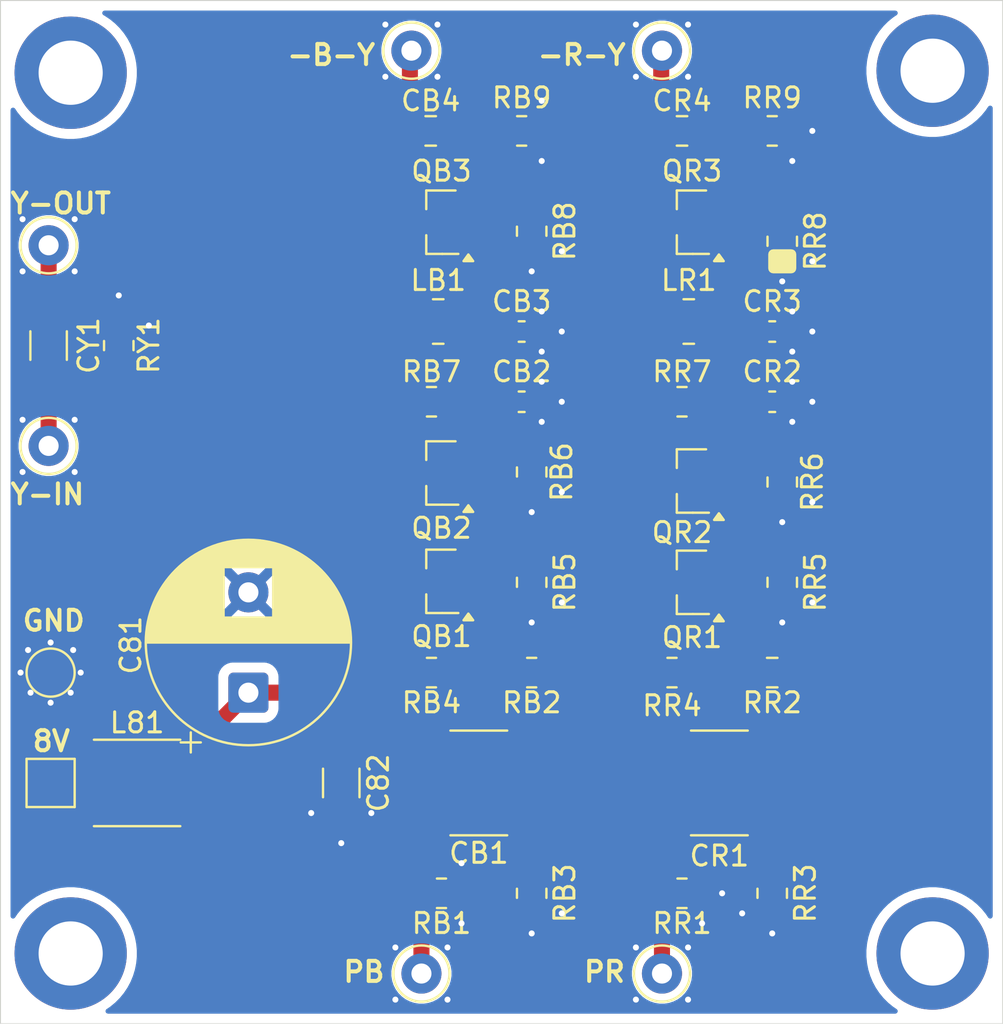
<source format=kicad_pcb>
(kicad_pcb (version 20241229) (generator "pcbnew") (generator_version "9.0")
  (layers (0 "F.Cu" signal) (2 "B.Cu" signal) (13 "F.Paste" user) (15 "B.Paste" user) (5 "F.SilkS" user "F.Silkscreen") (7 "B.SilkS" user "B.Silkscreen") (1 "F.Mask" user) (3 "B.Mask" user) (25 "Edge.Cuts" user))
  (net 0 "")
  (net 1 "/PB")
  (net 2 "/PR")
  (net 3 "/Y")
  (net 4 "Net-(8V1-Pad1)")
  (net 5 "Net-(QB2-C)")
  (net 6 "Net-(QB1-B)")
  (net 7 "Net-(CB2-Pad2)")
  (net 8 "Net-(QB3-B)")
  (net 9 "Net-(QB3-E)")
  (net 10 "Net-(QR1-B)")
  (net 11 "Net-(CR2-Pad2)")
  (net 12 "Net-(QR3-B)")
  (net 13 "Net-(QR3-E)")
  (net 14 "Net-(QB1-E)")
  (net 15 "Net-(QB1-C)")
  (net 16 "Net-(QB2-E)")
  (net 17 "Net-(QR1-C)")
  (net 18 "Net-(QR1-E)")
  (net 19 "Net-(QR2-E)")
  (net 20 "Net-(B-Y1-Pad1)")
  (net 21 "GNDPWR")
  (net 22 "Net-(CR4-Pad2)")
  (net 23 "Net-(CY1-Pad2)")
  (footprint "Resistor_SMD:R_0805_2012Metric_Pad1.20x1.40mm_HandSolder" (layer "F.Cu") (at 188.5 110.5 -90)
    (property "Reference" "RR6" (at 0 -1.5 90) (layer "F.SilkS"))
    (property "Value" "2.2K Ohm" (hide yes))
    (pad "1" smd roundrect (at -1 0 270) (size 1.2 1.4) (layers "F.Cu" "F.Mask" "F.Paste") (roundrect_rratio 0.208333) (net 19 "Net-(QR2-E)"))
    (pad "2" smd roundrect (at 1 0 270) (size 1.2 1.4) (layers "F.Cu" "F.Mask" "F.Paste") (roundrect_rratio 0.208333) (net 21 "GNDPWR"))
  )
  (footprint "Capacitor_SMD:C_1206_3216Metric_Pad1.33x1.80mm_HandSolder" (layer "F.Cu") (at 166.5 125.5 -90)
    (property "Reference" "C82" (at 0 -1.85 90) (layer "F.SilkS"))
    (property "Value" "0.1uF 16V" (hide yes))
    (pad "1" smd roundrect (at -1.5625 0 270) (size 1.325 1.8) (layers "F.Cu" "F.Mask" "F.Paste") (roundrect_rratio 0.188679) (net 5 "Net-(QB2-C)"))
    (pad "2" smd roundrect (at 1.5625 0 270) (size 1.325 1.8) (layers "F.Cu" "F.Mask" "F.Paste") (roundrect_rratio 0.188679) (net 21 "GNDPWR"))
  )
  (footprint "Resistor_SMD:R_0805_2012Metric_Pad1.20x1.40mm_HandSolder" (layer "F.Cu") (at 188 131 -90)
    (property "Reference" "RR3" (at 0 -1.65 90) (layer "F.SilkS"))
    (property "Value" "18K Ohm" (hide yes))
    (pad "1" smd roundrect (at -1 0 270) (size 1.2 1.4) (layers "F.Cu" "F.Mask" "F.Paste") (roundrect_rratio 0.208333) (net 10 "Net-(QR1-B)"))
    (pad "2" smd roundrect (at 1 0 270) (size 1.2 1.4) (layers "F.Cu" "F.Mask" "F.Paste") (roundrect_rratio 0.208333) (net 21 "GNDPWR"))
  )
  (footprint "Capacitor_SMD:C_0805_2012Metric_Pad1.18x1.45mm_HandSolder" (layer "F.Cu") (at 188 120)
    (property "Reference" "RR2" (at 0 1.5 0) (layer "F.SilkS"))
    (property "Value" "82K Ohm" (hide yes))
    (pad "1" smd roundrect (at -1.0375 0) (size 1.175 1.45) (layers "F.Cu" "F.Mask" "F.Paste") (roundrect_rratio 0.212766) (net 5 "Net-(QB2-C)"))
    (pad "2" smd roundrect (at 1.0375 0) (size 1.175 1.45) (layers "F.Cu" "F.Mask" "F.Paste") (roundrect_rratio 0.212766) (net 10 "Net-(QR1-B)"))
  )
  (footprint "Resistor_SMD:R_0805_2012Metric_Pad1.20x1.40mm_HandSolder" (layer "F.Cu") (at 183.5 106.5 180)
    (property "Reference" "RR7" (at 0 1.5 0) (layer "F.SilkS"))
    (property "Value" "1K Ohm" (hide yes))
    (pad "1" smd roundrect (at -1 0 180) (size 1.2 1.4) (layers "F.Cu" "F.Mask" "F.Paste") (roundrect_rratio 0.208333) (net 11 "Net-(CR2-Pad2)"))
    (pad "2" smd roundrect (at 1 0 180) (size 1.2 1.4) (layers "F.Cu" "F.Mask" "F.Paste") (roundrect_rratio 0.208333) (net 19 "Net-(QR2-E)"))
  )
  (footprint "Resistor_SMD:R_0805_2012Metric_Pad1.20x1.40mm_HandSolder" (layer "F.Cu") (at 155.4 103.7 90)
    (property "Reference" "RY1" (at 0 1.5 90) (layer "F.SilkS"))
    (property "Value" "75 Ohm" (hide yes))
    (pad "1" smd roundrect (at -1 0 90) (size 1.2 1.4) (layers "F.Cu" "F.Mask" "F.Paste") (roundrect_rratio 0.208333) (net 3 "/Y"))
    (pad "2" smd roundrect (at 1 0 90) (size 1.2 1.4) (layers "F.Cu" "F.Mask" "F.Paste") (roundrect_rratio 0.208333) (net 21 "GNDPWR"))
  )
  (footprint "Capacitor_SMD:C_0805_2012Metric_Pad1.18x1.45mm_HandSolder" (layer "F.Cu") (at 170.9625 93 180)
    (property "Reference" "CB4" (at 0 1.5 0) (layer "F.SilkS"))
    (property "Value" "1u 25V" (hide yes))
    (pad "1" smd roundrect (at -1.0375 0 180) (size 1.175 1.45) (layers "F.Cu" "F.Mask" "F.Paste") (roundrect_rratio 0.212766) (net 9 "Net-(QB3-E)"))
    (pad "2" smd roundrect (at 1.0375 0 180) (size 1.175 1.45) (layers "F.Cu" "F.Mask" "F.Paste") (roundrect_rratio 0.212766) (net 20 "Net-(B-Y1-Pad1)"))
  )
  (footprint "Package_TO_SOT_SMD:SOT-23_Handsoldering" (layer "F.Cu") (at 184 110.45 180)
    (property "Reference" "QR2" (at 0.5 -2.565 0) (layer "F.SilkS"))
    (property "Value" "Q_NPN" (hide yes))
    (pad "1" smd roundrect (at -1.5 -0.95 180) (size 1.9 0.8) (layers "F.Cu" "F.Mask" "F.Paste") (net 17 "Net-(QR1-C)"))
    (pad "2" smd roundrect (at -1.5 0.95 180) (size 1.9 0.8) (layers "F.Cu" "F.Mask" "F.Paste") (net 19 "Net-(QR2-E)"))
    (pad "3" smd roundrect (at 1.5 0 180) (size 1.9 0.8) (layers "F.Cu" "F.Mask" "F.Paste") (net 5 "Net-(QB2-C)"))
  )
  (footprint "Resistor_SMD:R_0805_2012Metric_Pad1.20x1.40mm_HandSolder" (layer "F.Cu") (at 176 98 -90)
    (property "Reference" "RB8" (at 0 -1.65 90) (layer "F.SilkS"))
    (property "Value" "1K Ohm" (hide yes))
    (pad "1" smd roundrect (at -1 0 270) (size 1.2 1.4) (layers "F.Cu" "F.Mask" "F.Paste") (roundrect_rratio 0.208333) (net 8 "Net-(QB3-B)"))
    (pad "2" smd roundrect (at 1 0 270) (size 1.2 1.4) (layers "F.Cu" "F.Mask" "F.Paste") (roundrect_rratio 0.208333) (net 21 "GNDPWR"))
  )
  (footprint "TestPoint:TestPoint_Keystone_5000-5004_Miniature" (layer "F.Cu") (at 170 89)
    (property "Reference" "B-Y1" (hide yes))
    (property "Value" "TestPoint" (hide yes))
    (pad "1" thru_hole circle (at 0 0) (size 2 2) (drill 1) (layers "*.Cu" "*.Mask") (net 20 "Net-(B-Y1-Pad1)"))
  )
  (footprint "Package_TO_SOT_SMD:SOT-23_Handsoldering" (layer "F.Cu") (at 171.5 110.05 180)
    (property "Reference" "QB2" (at 0 -2.75 0) (layer "F.SilkS"))
    (property "Value" "Q_NPN" (hide yes))
    (pad "1" smd roundrect (at -1.5 -0.95 180) (size 1.9 0.8) (layers "F.Cu" "F.Mask" "F.Paste") (net 15 "Net-(QB1-C)"))
    (pad "2" smd roundrect (at -1.5 0.95 180) (size 1.9 0.8) (layers "F.Cu" "F.Mask" "F.Paste") (net 16 "Net-(QB2-E)"))
    (pad "3" smd roundrect (at 1.5 0 180) (size 1.9 0.8) (layers "F.Cu" "F.Mask" "F.Paste") (net 5 "Net-(QB2-C)"))
  )
  (footprint "TestPoint:TestPoint_Pad_2.0x2.0mm" (layer "F.Cu") (at 152 125.5)
    (property "Reference" "8V1" (hide yes))
    (property "Value" "TestPoint" (hide yes))
    (pad "1" smd rect (at 0 0) (size 2 2) (layers "F.Cu" "F.Mask") (net 4 "Net-(8V1-Pad1)"))
  )
  (footprint "MountingHole:MountingHole_3.2mm_M3_DIN965_Pad" (layer "F.Cu") (at 196 134)
    (property "Reference" "REF**" (hide yes))
    (property "Value" "MountingHole_3.2mm_M3_DIN965_Pad" (hide yes))
    (pad "1" thru_hole circle (at 0 0) (size 5.6 5.6) (drill 3.2) (layers "*.Cu" "*.Mask"))
  )
  (footprint "TestPoint:TestPoint_Pad_D2.0mm" (layer "F.Cu") (at 152 120)
    (property "Reference" "GND1" (hide yes))
    (property "Value" "TestPoint" (hide yes))
    (pad "1" smd circle (at 0 0) (size 2 2) (layers "F.Cu" "F.Mask") (net 21 "GNDPWR"))
  )
  (footprint "Capacitor_SMD:C_2220_5750Metric_Pad1.97x5.40mm_HandSolder" (layer "F.Cu") (at 185.3625 125.5 180)
    (property "Reference" "CR1" (at 0 -3.6375 0) (layer "F.SilkS"))
    (property "Value" "22u 16V" (hide yes))
    (pad "1" smd roundrect (at -2.6375 0 180) (size 1.975 5.4) (layers "F.Cu" "F.Mask" "F.Paste") (roundrect_rratio 0.126582) (net 10 "Net-(QR1-B)"))
    (pad "2" smd roundrect (at 2.6375 0 180) (size 1.975 5.4) (layers "F.Cu" "F.Mask" "F.Paste") (roundrect_rratio 0.126582) (net 2 "/PR"))
  )
  (footprint "Capacitor_SMD:C_0603_1608Metric_Pad1.08x0.95mm_HandSolder" (layer "F.Cu") (at 175.5 106.5 180)
    (property "Reference" "CB2" (at 0 1.5 0) (layer "F.SilkS"))
    (property "Value" "100pF" (hide yes))
    (pad "1" smd roundrect (at -0.8625 0 180) (size 1.075 0.95) (layers "F.Cu" "F.Mask" "F.Paste") (net 21 "GNDPWR"))
    (pad "2" smd roundrect (at 0.8625 0 180) (size 1.075 0.95) (layers "F.Cu" "F.Mask" "F.Paste") (net 7 "Net-(CB2-Pad2)"))
  )
  (footprint "Resistor_SMD:R_0805_2012Metric_Pad1.20x1.40mm_HandSolder" (layer "F.Cu") (at 171 106.5 180)
    (property "Reference" "RB7" (at 0 1.5 0) (layer "F.SilkS"))
    (property "Value" "1K Ohm" (hide yes))
    (pad "1" smd roundrect (at -1 0 180) (size 1.2 1.4) (layers "F.Cu" "F.Mask" "F.Paste") (roundrect_rratio 0.208333) (net 7 "Net-(CB2-Pad2)"))
    (pad "2" smd roundrect (at 1 0 180) (size 1.2 1.4) (layers "F.Cu" "F.Mask" "F.Paste") (roundrect_rratio 0.208333) (net 16 "Net-(QB2-E)"))
  )
  (footprint "Package_TO_SOT_SMD:SOT-23_Handsoldering" (layer "F.Cu") (at 171.5 115.45 180)
    (property "Reference" "QB1" (at 0 -2.75 0) (layer "F.SilkS"))
    (property "Value" "~" (hide yes))
    (pad "1" smd roundrect (at -1.5 -0.95 180) (size 1.9 0.8) (layers "F.Cu" "F.Mask" "F.Paste") (net 6 "Net-(QB1-B)"))
    (pad "2" smd roundrect (at -1.5 0.95 180) (size 1.9 0.8) (layers "F.Cu" "F.Mask" "F.Paste") (net 14 "Net-(QB1-E)"))
    (pad "3" smd roundrect (at 1.5 0 180) (size 1.9 0.8) (layers "F.Cu" "F.Mask" "F.Paste") (net 15 "Net-(QB1-C)"))
  )
  (footprint "TestPoint:TestPoint_Keystone_5000-5004_Miniature" (layer "F.Cu") (at 151.9 108.7)
    (property "Reference" "Y1" (hide yes))
    (property "Value" "TestPoint" (hide yes))
    (pad "1" thru_hole circle (at 0 0) (size 2 2) (drill 1) (layers "*.Cu" "*.Mask") (net 3 "/Y"))
  )
  (footprint "Inductor_SMD:L_1008_2520Metric_Pad1.43x2.20mm_HandSolder" (layer "F.Cu") (at 183.8375 102.5)
    (property "Reference" "LR1" (at 0 -2.05 0) (layer "F.SilkS"))
    (property "Value" "4.7uH" (hide yes))
    (pad "1" smd roundrect (at -1.1625 0) (size 1.425 2.2) (layers "F.Cu" "F.Mask" "F.Paste") (roundrect_rratio 0.175439) (net 11 "Net-(CR2-Pad2)"))
    (pad "2" smd roundrect (at 1.1625 0) (size 1.425 2.2) (layers "F.Cu" "F.Mask" "F.Paste") (roundrect_rratio 0.175439) (net 12 "Net-(QR3-B)"))
  )
  (footprint "Capacitor_SMD:C_0603_1608Metric_Pad1.08x0.95mm_HandSolder" (layer "F.Cu") (at 188 103 180)
    (property "Reference" "CR3" (at 0 1.5 0) (layer "F.SilkS"))
    (property "Value" "100pF" (hide yes))
    (pad "1" smd roundrect (at -0.8625 0 180) (size 1.075 0.95) (layers "F.Cu" "F.Mask" "F.Paste") (net 21 "GNDPWR"))
    (pad "2" smd roundrect (at 0.8625 0 180) (size 1.075 0.95) (layers "F.Cu" "F.Mask" "F.Paste") (net 12 "Net-(QR3-B)"))
  )
  (footprint "Resistor_SMD:R_0805_2012Metric_Pad1.20x1.40mm_HandSolder" (layer "F.Cu") (at 175.5 93)
    (property "Reference" "RB9" (at 0 -1.65 0) (layer "F.SilkS"))
    (property "Value" "2.2K Ohm" (hide yes))
    (pad "1" smd roundrect (at -1 0) (size 1.2 1.4) (layers "F.Cu" "F.Mask" "F.Paste") (roundrect_rratio 0.208333) (net 9 "Net-(QB3-E)"))
    (pad "2" smd roundrect (at 1 0) (size 1.2 1.4) (layers "F.Cu" "F.Mask" "F.Paste") (roundrect_rratio 0.208333) (net 21 "GNDPWR"))
  )
  (footprint "Capacitor_SMD:C_2220_5750Metric_Pad1.97x5.40mm_HandSolder" (layer "F.Cu") (at 173.3625 125.5 180)
    (property "Reference" "CB1" (at 0 -3.5 0) (layer "F.SilkS"))
    (property "Value" "22u 16V" (hide yes))
    (pad "1" smd roundrect (at -2.6375 0 180) (size 1.975 5.4) (layers "F.Cu" "F.Mask" "F.Paste") (roundrect_rratio 0.126582) (net 6 "Net-(QB1-B)"))
    (pad "2" smd roundrect (at 2.6375 0 180) (size 1.975 5.4) (layers "F.Cu" "F.Mask" "F.Paste") (roundrect_rratio 0.126582) (net 1 "/PB"))
  )
  (footprint "Inductor_SMD:L_Coilcraft_XxL4040" (layer "F.Cu") (at 156.315 125.5)
    (property "Reference" "L81" (at 0 -3 0) (layer "F.SilkS"))
    (property "Value" "8.20 uH" (hide yes))
    (pad "1" smd rect (at -1.185 0) (size 0.98 3.4) (layers "F.Cu" "F.Mask" "F.Paste") (net 4 "Net-(8V1-Pad1)"))
    (pad "2" smd rect (at 1.185 0) (size 0.98 3.4) (layers "F.Cu" "F.Mask" "F.Paste") (net 5 "Net-(QB2-C)"))
  )
  (footprint "TestPoint:TestPoint_Keystone_5000-5004_Miniature" (layer "F.Cu") (at 182.5 135)
    (property "Reference" "PR1" (hide yes))
    (property "Value" "TestPoint" (hide yes))
    (pad "1" thru_hole circle (at 0 0) (size 2 2) (drill 1) (layers "*.Cu" "*.Mask") (net 2 "/PR"))
  )
  (footprint "MountingHole:MountingHole_3.2mm_M3_DIN965_Pad" (layer "F.Cu") (at 196 90)
    (property "Reference" "REF**" (hide yes))
    (property "Value" "MountingHole_3.2mm_M3_DIN965_Pad" (hide yes))
    (pad "1" thru_hole circle (at 0 0) (size 5.6 5.6) (drill 3.2) (layers "*.Cu" "*.Mask"))
  )
  (footprint "Inductor_SMD:L_1008_2520Metric_Pad1.43x2.20mm_HandSolder" (layer "F.Cu") (at 171.3375 102.5)
    (property "Reference" "LB1" (at 0 -2.05 0) (layer "F.SilkS"))
    (property "Value" "4.7uH" (hide yes))
    (pad "1" smd roundrect (at -1.1625 0) (size 1.425 2.2) (layers "F.Cu" "F.Mask" "F.Paste") (roundrect_rratio 0.175439) (net 7 "Net-(CB2-Pad2)"))
    (pad "2" smd roundrect (at 1.1625 0) (size 1.425 2.2) (layers "F.Cu" "F.Mask" "F.Paste") (roundrect_rratio 0.175439) (net 8 "Net-(QB3-B)"))
  )
  (footprint "Package_TO_SOT_SMD:SOT-23_Handsoldering" (layer "F.Cu") (at 184 115.5 180)
    (property "Reference" "QR1" (at 0 -2.75 0) (layer "F.SilkS"))
    (property "Value" "~" (hide yes))
    (pad "1" smd roundrect (at -1.5 -0.95 180) (size 1.9 0.8) (layers "F.Cu" "F.Mask" "F.Paste") (net 10 "Net-(QR1-B)"))
    (pad "2" smd roundrect (at -1.5 0.95 180) (size 1.9 0.8) (layers "F.Cu" "F.Mask" "F.Paste") (net 18 "Net-(QR1-E)"))
    (pad "3" smd roundrect (at 1.5 0 180) (size 1.9 0.8) (layers "F.Cu" "F.Mask" "F.Paste") (net 17 "Net-(QR1-C)"))
  )
  (footprint "Capacitor_THT:CP_Radial_D10.0mm_P5.00mm" (layer "F.Cu") (at 161.867677 121 90)
    (property "Reference" "C81" (at 2.367677 -5.867677 90) (layer "F.SilkS"))
    (property "Value" "330u 16V" (hide yes))
    (pad "1" thru_hole roundrect (at 0 0 90) (size 2 2) (drill 1) (layers "*.Cu" "*.Mask") (roundrect_rratio 0.125) (net 5 "Net-(QB2-C)"))
    (pad "2" thru_hole circle (at 5 0 90) (size 2 2) (drill 1) (layers "*.Cu" "*.Mask") (net 21 "GNDPWR"))
  )
  (footprint "Capacitor_SMD:C_0805_2012Metric_Pad1.18x1.45mm_HandSolder" (layer "F.Cu") (at 183.5 93 180)
    (property "Reference" "CR4" (at 0 1.5 0) (layer "F.SilkS"))
    (property "Value" "1u 25V" (hide yes))
    (pad "1" smd roundrect (at -1.0375 0 180) (size 1.175 1.45) (layers "F.Cu" "F.Mask" "F.Paste") (roundrect_rratio 0.212766) (net 13 "Net-(QR3-E)"))
    (pad "2" smd roundrect (at 1.0375 0 180) (size 1.175 1.45) (layers "F.Cu" "F.Mask" "F.Paste") (roundrect_rratio 0.212766) (net 22 "Net-(CR4-Pad2)"))
  )
  (footprint "Capacitor_SMD:C_1206_3216Metric_Pad1.33x1.80mm_HandSolder" (layer "F.Cu") (at 151.9 103.7 90)
    (property "Reference" "CY1" (at 0 2 90) (layer "F.SilkS"))
    (property "Value" "0.047u 50V" (hide yes))
    (pad "1" smd roundrect (at -1.5625 0 90) (size 1.325 1.8) (layers "F.Cu" "F.Mask" "F.Paste") (roundrect_rratio 0.188679) (net 3 "/Y"))
    (pad "2" smd roundrect (at 1.5625 0 90) (size 1.325 1.8) (layers "F.Cu" "F.Mask" "F.Paste") (roundrect_rratio 0.188679) (net 23 "Net-(CY1-Pad2)"))
  )
  (footprint "Resistor_SMD:R_0805_2012Metric_Pad1.20x1.40mm_HandSolder" (layer "F.Cu") (at 171.5 131)
    (property "Reference" "RB1" (at 0 1.5 0) (layer "F.SilkS"))
    (property "Value" "75 Ohm" (hide yes))
    (pad "1" smd roundrect (at -1 0) (size 1.2 1.4) (layers "F.Cu" "F.Mask" "F.Paste") (roundrect_rratio 0.208333) (net 1 "/PB"))
    (pad "2" smd roundrect (at 1 0) (size 1.2 1.4) (layers "F.Cu" "F.Mask" "F.Paste") (roundrect_rratio 0.208333) (net 21 "GNDPWR"))
  )
  (footprint "Resistor_SMD:R_0805_2012Metric_Pad1.20x1.40mm_HandSolder" (layer "F.Cu") (at 188.5 115.5 -90)
    (property "Reference" "RR5" (at 0 -1.65 90) (layer "F.SilkS"))
    (property "Value" "1.2K Ohm" (hide yes))
    (pad "1" smd roundrect (at -1 0 270) (size 1.2 1.4) (layers "F.Cu" "F.Mask" "F.Paste") (roundrect_rratio 0.208333) (net 18 "Net-(QR1-E)"))
    (pad "2" smd roundrect (at 1 0 270) (size 1.2 1.4) (layers "F.Cu" "F.Mask" "F.Paste") (roundrect_rratio 0.208333) (net 21 "GNDPWR"))
  )
  (footprint "TestPoint:TestPoint_Keystone_5000-5004_Miniature" (layer "F.Cu") (at 151.9 98.7)
    (property "Reference" "Y2" (hide yes))
    (property "Value" "TestPoint" (hide yes))
    (pad "1" thru_hole circle (at 0 0) (size 2 2) (drill 1) (layers "*.Cu" "*.Mask") (net 23 "Net-(CY1-Pad2)"))
  )
  (footprint "Resistor_SMD:R_0805_2012Metric_Pad1.20x1.40mm_HandSolder" (layer "F.Cu") (at 176 115.5 -90)
    (property "Reference" "RB5" (at 0 -1.65 90) (layer "F.SilkS"))
    (property "Value" "820 Ohm" (hide yes))
    (pad "1" smd roundrect (at -1 0 270) (size 1.2 1.4) (layers "F.Cu" "F.Mask" "F.Paste") (roundrect_rratio 0.208333) (net 14 "Net-(QB1-E)"))
    (pad "2" smd roundrect (at 1 0 270) (size 1.2 1.4) (layers "F.Cu" "F.Mask" "F.Paste") (roundrect_rratio 0.208333) (net 21 "GNDPWR"))
  )
  (footprint "Resistor_SMD:R_0805_2012Metric_Pad1.20x1.40mm_HandSolder" (layer "F.Cu") (at 183.5 131)
    (property "Reference" "RR1" (at 0 1.5 0) (layer "F.SilkS"))
    (property "Value" "75 Ohm" (hide yes))
    (pad "1" smd roundrect (at -1 0) (size 1.2 1.4) (layers "F.Cu" "F.Mask" "F.Paste") (roundrect_rratio 0.208333) (net 2 "/PR"))
    (pad "2" smd roundrect (at 1 0) (size 1.2 1.4) (layers "F.Cu" "F.Mask" "F.Paste") (roundrect_rratio 0.208333) (net 21 "GNDPWR"))
  )
  (footprint "Resistor_SMD:R_0805_2012Metric_Pad1.20x1.40mm_HandSolder" (layer "F.Cu") (at 176 110 -90)
    (property "Reference" "RB6" (at 0 -1.5 270) (layer "F.SilkS"))
    (property "Value" "2.2K Ohm" (hide yes))
    (pad "1" smd roundrect (at -1 0 270) (size 1.2 1.4) (layers "F.Cu" "F.Mask" "F.Paste") (roundrect_rratio 0.208333) (net 16 "Net-(QB2-E)"))
    (pad "2" smd roundrect (at 1 0 270) (size 1.2 1.4) (layers "F.Cu" "F.Mask" "F.Paste") (roundrect_rratio 0.208333) (net 21 "GNDPWR"))
  )
  (footprint "Resistor_SMD:R_0805_2012Metric_Pad1.20x1.40mm_HandSolder" (layer "F.Cu") (at 176 131 -90)
    (property "Reference" "RB3" (at 0 -1.65 90) (layer "F.SilkS"))
    (property "Value" "18K Ohm" (hide yes))
    (pad "1" smd roundrect (at -1 0 270) (size 1.2 1.4) (layers "F.Cu" "F.Mask" "F.Paste") (roundrect_rratio 0.208333) (net 6 "Net-(QB1-B)"))
    (pad "2" smd roundrect (at 1 0 270) (size 1.2 1.4) (layers "F.Cu" "F.Mask" "F.Paste") (roundrect_rratio 0.208333) (net 21 "GNDPWR"))
  )
  (footprint "MountingHole:MountingHole_3.2mm_M3_DIN965_Pad" (layer "F.Cu") (at 153 134)
    (property "Reference" "REF**" (hide yes))
    (property "Value" "MountingHole_3.2mm_M3_DIN965_Pad" (hide yes))
    (pad "1" thru_hole circle (at 0 0) (size 5.6 5.6) (drill 3.2) (layers "*.Cu" "*.Mask"))
  )
  (footprint "Resistor_SMD:R_0805_2012Metric_Pad1.20x1.40mm_HandSolder" (layer "F.Cu") (at 171 120 180)
    (property "Reference" "RB4" (at 0 -1.5 0) (layer "F.SilkS"))
    (property "Value" "4.7K Ohm" (hide yes))
    (pad "1" smd roundrect (at -1 0 180) (size 1.2 1.4) (layers "F.Cu" "F.Mask" "F.Paste") (roundrect_rratio 0.208333) (net 5 "Net-(QB2-C)"))
    (pad "2" smd roundrect (at 1 0 180) (size 1.2 1.4) (layers "F.Cu" "F.Mask" "F.Paste") (roundrect_rratio 0.208333) (net 15 "Net-(QB1-C)"))
  )
  (footprint "Resistor_SMD:R_0805_2012Metric_Pad1.20x1.40mm_HandSolder" (layer "F.Cu") (at 176 120)
    (property "Reference" "RB2" (at 0 1.5 0) (layer "F.SilkS"))
    (property "Value" "82K Ohm" (hide yes))
    (pad "1" smd roundrect (at -1 0) (size 1.2 1.4) (layers "F.Cu" "F.Mask" "F.Paste") (roundrect_rratio 0.208333) (net 5 "Net-(QB2-C)"))
    (pad "2" smd roundrect (at 1 0) (size 1.2 1.4) (layers "F.Cu" "F.Mask" "F.Paste") (roundrect_rratio 0.208333) (net 6 "Net-(QB1-B)"))
  )
  (footprint "Resistor_SMD:R_0805_2012Metric_Pad1.20x1.40mm_HandSolder" (layer "F.Cu") (at 188.5 98.5 -90)
    (property "Reference" "RR8" (at 0 -1.65 90) (layer "F.SilkS"))
    (property "Value" "1K Ohm" (hide yes))
    (pad "1" smd roundrect (at -1 0 270) (size 1.2 1.4) (layers "F.Cu" "F.Mask" "F.Paste") (roundrect_rratio 0.208333) (net 12 "Net-(QR3-B)"))
    (pad "2" smd roundrect (at 1 0 270) (size 1.2 1.4) (layers "F.Cu" "F.Mask" "F.SilkS" "F.Paste") (roundrect_rratio 0.208333) (net 21 "GNDPWR"))
  )
  (footprint "Package_TO_SOT_SMD:SOT-23_Handsoldering" (layer "F.Cu") (at 171.5 97.55 180)
    (property "Reference" "QB3" (at 0 2.55 0) (layer "F.SilkS"))
    (property "Value" "Q_NPN" (hide yes))
    (pad "1" smd roundrect (at -1.5 -0.95 180) (size 1.9 0.8) (layers "F.Cu" "F.Mask" "F.Paste") (net 8 "Net-(QB3-B)"))
    (pad "2" smd roundrect (at -1.5 0.95 180) (size 1.9 0.8) (layers "F.Cu" "F.Mask" "F.Paste") (net 9 "Net-(QB3-E)"))
    (pad "3" smd roundrect (at 1.5 0 180) (size 1.9 0.8) (layers "F.Cu" "F.Mask" "F.Paste") (net 5 "Net-(QB2-C)"))
  )
  (footprint "Resistor_SMD:R_0805_2012Metric_Pad1.20x1.40mm_HandSolder" (layer "F.Cu") (at 183 120 180)
    (property "Reference" "RR4" (at 0 -1.65 0) (layer "F.SilkS"))
    (property "Value" "5.6K Ohm" (hide yes))
    (pad "1" smd roundrect (at -1 0 180) (size 1.2 1.4) (layers "F.Cu" "F.Mask" "F.Paste") (roundrect_rratio 0.208333) (net 5 "Net-(QB2-C)"))
    (pad "2" smd roundrect (at 1 0 180) (size 1.2 1.4) (layers "F.Cu" "F.Mask" "F.Paste") (roundrect_rratio 0.208333) (net 17 "Net-(QR1-C)"))
  )
  (footprint "TestPoint:TestPoint_Keystone_5000-5004_Miniature" (layer "F.Cu") (at 182.5 89)
    (property "Reference" "R-Y1" (hide yes))
    (property "Value" "TestPoint" (hide yes))
    (pad "1" thru_hole circle (at 0 0) (size 2 2) (drill 1) (layers "*.Cu" "*.Mask") (net 22 "Net-(CR4-Pad2)"))
  )
  (footprint "Capacitor_SMD:C_0603_1608Metric_Pad1.08x0.95mm_HandSolder" (layer "F.Cu") (at 188 106.5 180)
    (property "Reference" "CR2" (at 0 1.5 0) (layer "F.SilkS"))
    (property "Value" "100pF" (hide yes))
    (pad "1" smd roundrect (at -0.8625 0 180) (size 1.075 0.95) (layers "F.Cu" "F.Mask" "F.Paste") (net 21 "GNDPWR"))
    (pad "2" smd roundrect (at 0.8625 0 180) (size 1.075 0.95) (layers "F.Cu" "F.Mask" "F.Paste") (net 11 "Net-(CR2-Pad2)"))
  )
  (footprint "TestPoint:TestPoint_Keystone_5000-5004_Miniature" (layer "F.Cu") (at 170.5 135)
    (property "Reference" "PB1" (hide yes))
    (property "Value" "TestPoint" (hide yes))
    (pad "1" thru_hole circle (at 0 0) (size 2 2) (drill 1) (layers "*.Cu" "*.Mask") (net 1 "/PB"))
  )
  (footprint "Package_TO_SOT_SMD:SOT-23_Handsoldering" (layer "F.Cu") (at 184 97.55 180)
    (property "Reference" "QR3" (at 0 2.55 0) (layer "F.SilkS"))
    (property "Value" "Q_NPN" (hide yes))
    (pad "1" smd roundrect (at -1.5 -0.95 180) (size 1.9 0.8) (layers "F.Cu" "F.Mask" "F.Paste") (net 12 "Net-(QR3-B)"))
    (pad "2" smd roundrect (at -1.5 0.95 180) (size 1.9 0.8) (layers "F.Cu" "F.Mask" "F.Paste") (net 13 "Net-(QR3-E)"))
    (pad "3" smd roundrect (at 1.5 0 180) (size 1.9 0.8) (layers "F.Cu" "F.Mask" "F.Paste") (net 5 "Net-(QB2-C)"))
  )
  (footprint "Resistor_SMD:R_0805_2012Metric_Pad1.20x1.40mm_HandSolder" (layer "F.Cu") (at 188 93)
    (property "Reference" "RR9" (at 0 -1.65 0) (layer "F.SilkS"))
    (property "Value" "2.2K Ohm" (hide yes))
    (pad "1" smd roundrect (at -1 0) (size 1.2 1.4) (layers "F.Cu" "F.Mask" "F.Paste") (roundrect_rratio 0.208333) (net 13 "Net-(QR3-E)"))
    (pad "2" smd roundrect (at 1 0) (size 1.2 1.4) (layers "F.Cu" "F.Mask" "F.Paste") (roundrect_rratio 0.208333) (net 21 "GNDPWR"))
  )
  (footprint "MountingHole:MountingHole_3.2mm_M3_DIN965_Pad" (layer "F.Cu") (at 153 90.1)
    (property "Reference" "REF**" (hide yes))
    (property "Value" "MountingHole_3.2mm_M3_DIN965_Pad" (hide yes))
    (pad "1" thru_hole circle (at 0 0) (size 5.6 5.6) (drill 3.2) (layers "*.Cu" "*.Mask"))
  )
  (footprint "Capacitor_SMD:C_0603_1608Metric_Pad1.08x0.95mm_HandSolder" (layer "F.Cu") (at 175.5 103 180)
    (property "Reference" "CB3" (at 0 1.5 0) (layer "F.SilkS"))
    (property "Value" "100pF" (hide yes))
    (pad "1" smd roundrect (at -0.8625 0 180) (size 1.075 0.95) (layers "F.Cu" "F.Mask" "F.Paste") (net 21 "GNDPWR"))
    (pad "2" smd roundrect (at 0.8625 0 180) (size 1.075 0.95) (layers "F.Cu" "F.Mask" "F.Paste") (net 8 "Net-(QB3-B)"))
  )
  (gr_rect (start 149.5 86.5) (end 199.5 137.5) (stroke (width 0.05)) (fill no) (layer "Edge.Cuts"))
  (gr_text "Y-OUT" (at 149.9 97.2 0) (layer "F.SilkS") (effects (font (size 1 1) (thickness 0.2) (bold yes)) (justify left bottom)))
  (gr_text "PR" (at 178.5 135.5 0) (layer "F.SilkS") (effects (font (size 1 1) (thickness 0.2) (bold yes)) (justify left bottom)))
  (gr_text "GND" (at 150.5 118 0) (layer "F.SilkS") (effects (font (size 1 1) (thickness 0.2) (bold yes)) (justify left bottom)))
  (gr_text "PB" (at 166.5 135.5 0) (layer "F.SilkS") (effects (font (size 1 1) (thickness 0.2) (bold yes)) (justify left bottom)))
  (gr_text "8V" (at 151 124 0) (layer "F.SilkS") (effects (font (size 1 1) (thickness 0.2) (bold yes)) (justify left bottom)))
  (gr_text "-B-Y" (at 163.7 89.8 0) (layer "F.SilkS") (effects (font (size 1 1) (thickness 0.2) (bold yes)) (justify left bottom)))
  (gr_text "Y-IN" (at 149.9 111.7 0) (layer "F.SilkS") (effects (font (size 1 1) (thickness 0.2) (bold yes)) (justify left bottom)))
  (gr_text "-R-Y" (at 176.2 89.8 0) (layer "F.SilkS") (effects (font (size 1 1) (thickness 0.2) (bold yes)) (justify left bottom)))
  (segment (start 170.5 135) (end 170.5 131) (width 0.8) (layer "F.Cu") (net 1))
  (segment (start 170.725 130.775) (end 170.5 131) (width 0.3) (layer "F.Cu") (net 1))
  (segment (start 170.5 131) (end 170.5 125.725) (width 0.8) (layer "F.Cu") (net 1))
  (segment (start 170.5 125.725) (end 170.725 125.5) (width 0.8) (layer "F.Cu") (net 1))
  (segment (start 182.5 125.725) (end 182.725 125.5) (width 0.8) (layer "F.Cu") (net 2))
  (segment (start 182.5 131) (end 182.5 125.725) (width 0.8) (layer "F.Cu") (net 2))
  (segment (start 182.5 135) (end 182.5 131) (width 0.8) (layer "F.Cu") (net 2))
  (segment (start 151.9 105.2625) (end 154.8375 105.2625) (width 0.8) (layer "F.Cu") (net 3))
  (segment (start 151.9 108.7) (end 151.9 105.2625) (width 0.8) (layer "F.Cu") (net 3))
  (segment (start 152 125.5) (end 155.13 125.5) (width 0.8) (layer "F.Cu") (net 4))
  (segment (start 182.5 110.45) (end 180.799 112.151) (width 0.8) (layer "F.Cu") (net 5))
  (segment (start 166.5 123.9375) (end 168.2385 122.199) (width 0.8) (layer "F.Cu") (net 5))
  (segment (start 168.2385 122.199) (end 170.501 122.199) (width 0.8) (layer "F.Cu") (net 5))
  (segment (start 174 121) (end 174 132.415628) (width 0.8) (layer "F.Cu") (net 5))
  (segment (start 175 120) (end 172 120) (width 0.8) (layer "F.Cu") (net 5))
  (segment (start 168.2385 122.199) (end 168.2385 111.8115) (width 0.8) (layer "F.Cu") (net 5))
  (segment (start 184 120) (end 184.5 120) (width 0.3) (layer "F.Cu") (net 5))
  (segment (start 181.299 98.751) (end 181.299 109.249) (width 0.8) (layer "F.Cu") (net 5))
  (segment (start 175.585372 134.001) (end 176.914628 134.001) (width 0.8) (layer "F.Cu") (net 5))
  (segment (start 176.914628 134.001) (end 180.799 130.116628) (width 0.8) (layer "F.Cu") (net 5))
  (segment (start 170.501 122.199) (end 172 120.7) (width 0.8) (layer "F.Cu") (net 5))
  (segment (start 157.5 125.367677) (end 161.867677 121) (width 0.8) (layer "F.Cu") (net 5))
  (segment (start 181.299 109.249) (end 182.5 110.45) (width 0.8) (layer "F.Cu") (net 5))
  (segment (start 180.799 112.151) (end 180.799 120.809424) (width 0.8) (layer "F.Cu") (net 5))
  (segment (start 180.799 120.809424) (end 181.290576 121.301) (width 0.8) (layer "F.Cu") (net 5))
  (segment (start 157.5 125.5) (end 157.5 125.367677) (width 0.8) (layer "F.Cu") (net 5))
  (segment (start 168.799 108.849) (end 168.799 98.751) (width 0.8) (layer "F.Cu") (net 5))
  (segment (start 168.2385 111.8115) (end 170 110.05) (width 0.8) (layer "F.Cu") (net 5))
  (segment (start 174 132.415628) (end 175.585372 134.001) (width 0.8) (layer "F.Cu") (net 5))
  (segment (start 170 110.05) (end 168.799 108.849) (width 0.8) (layer "F.Cu") (net 5))
  (segment (start 183.199 121.301) (end 184 120.5) (width 0.8) (layer "F.Cu") (net 5))
  (segment (start 163.5625 121) (end 166.5 123.9375) (width 0.8) (layer "F.Cu") (net 5))
  (segment (start 184 120.5) (end 184 120) (width 0.8) (layer "F.Cu") (net 5))
  (segment (start 182.5 97.55) (end 181.299 98.751) (width 0.8) (layer "F.Cu") (net 5))
  (segment (start 172 120.7) (end 172 120) (width 0.8) (layer "F.Cu") (net 5))
  (segment (start 181.290576 121.301) (end 183.199 121.301) (width 0.8) (layer "F.Cu") (net 5))
  (segment (start 168.799 98.751) (end 170 97.55) (width 0.8) (layer "F.Cu") (net 5))
  (segment (start 180.799 130.116628) (end 180.799 120.809424) (width 0.8) (layer "F.Cu") (net 5))
  (segment (start 175 120) (end 174 121) (width 0.8) (layer "F.Cu") (net 5))
  (segment (start 161.867677 121) (end 163.5625 121) (width 0.8) (layer "F.Cu") (net 5))
  (segment (start 184 120) (end 186.9625 120) (width 0.8) (layer "F.Cu") (net 5))
  (segment (start 177 120) (end 177 119.3) (width 0.8) (layer "F.Cu") (net 6))
  (segment (start 176 130) (end 176 125.5) (width 0.8) (layer "F.Cu") (net 6))
  (segment (start 177 124.5) (end 177 120) (width 0.8) (layer "F.Cu") (net 6))
  (segment (start 176.201 118.501) (end 175.101 118.501) (width 0.8) (layer "F.Cu") (net 6))
  (segment (start 177 119.3) (end 176.201 118.501) (width 0.8) (layer "F.Cu") (net 6))
  (segment (start 176 125.5) (end 177 124.5) (width 0.8) (layer "F.Cu") (net 6))
  (segment (start 173 116.4) (end 173.4 116.4) (width 0.3) (layer "F.Cu") (net 6))
  (segment (start 175.101 118.501) (end 173 116.4) (width 0.8) (layer "F.Cu") (net 6))
  (segment (start 170.175 103.975) (end 170.175 102.5) (width 0.8) (layer "F.Cu") (net 7))
  (segment (start 172 105.8) (end 170.175 103.975) (width 0.8) (layer "F.Cu") (net 7))
  (segment (start 172 106.5) (end 172 105.8) (width 0.8) (layer "F.Cu") (net 7))
  (segment (start 172 106.5) (end 174.6375 106.5) (width 0.8) (layer "F.Cu") (net 7))
  (segment (start 172.5 102.5) (end 172.5 99) (width 0.8) (layer "F.Cu") (net 8))
  (segment (start 173 98.5) (end 173.701 97.799) (width 0.8) (layer "F.Cu") (net 8))
  (segment (start 172.5 99) (end 173 98.5) (width 0.8) (layer "F.Cu") (net 8))
  (segment (start 174.1375 102.5) (end 174.6375 103) (width 0.8) (layer "F.Cu") (net 8))
  (segment (start 172.5 102.5) (end 174.1375 102.5) (width 0.8) (layer "F.Cu") (net 8))
  (segment (start 173.701 97.799) (end 175.201 97.799) (width 0.8) (layer "F.Cu") (net 8))
  (segment (start 175.201 97.799) (end 176 97) (width 0.8) (layer "F.Cu") (net 8))
  (segment (start 172 95.6) (end 173 96.6) (width 0.8) (layer "F.Cu") (net 9))
  (segment (start 172 93) (end 174.5 93) (width 0.8) (layer "F.Cu") (net 9))
  (segment (start 172 93) (end 172 95.6) (width 0.8) (layer "F.Cu") (net 9))
  (segment (start 189.0375 120) (end 189.0375 119.9875) (width 0.8) (layer "F.Cu") (net 10))
  (segment (start 189.0375 119.9875) (end 185.5 116.45) (width 0.8) (layer "F.Cu") (net 10))
  (segment (start 188 125.5) (end 188 130) (width 0.8) (layer "F.Cu") (net 10))
  (segment (start 188 125.5) (end 188 121.0375) (width 0.8) (layer "F.Cu") (net 10))
  (segment (start 188 121.0375) (end 189.0375 120) (width 0.8) (layer "F.Cu") (net 10))
  (segment (start 182.675 103.975) (end 182.675 102.5) (width 0.8) (layer "F.Cu") (net 11))
  (segment (start 184.175 106.175) (end 184.5 106.5) (width 0.3) (layer "F.Cu") (net 11))
  (segment (start 184.5 106.5) (end 187.1375 106.5) (width 0.8) (layer "F.Cu") (net 11))
  (segment (start 184.5 105.8) (end 182.675 103.975) (width 0.8) (layer "F.Cu") (net 11))
  (segment (start 184.5 106.5) (end 184.5 105.8) (width 0.8) (layer "F.Cu") (net 11))
  (segment (start 185.5 103) (end 185 102.5) (width 0.8) (layer "F.Cu") (net 12))
  (segment (start 186.45 98.5) (end 187.45 97.5) (width 0.8) (layer "F.Cu") (net 12))
  (segment (start 187.45 97.5) (end 188.5 97.5) (width 0.8) (layer "F.Cu") (net 12))
  (segment (start 187.1375 103) (end 185.5 103) (width 0.8) (layer "F.Cu") (net 12))
  (segment (start 185 99) (end 185.5 98.5) (width 0.8) (layer "F.Cu") (net 12))
  (segment (start 185 102.5) (end 185 99) (width 0.8) (layer "F.Cu") (net 12))
  (segment (start 185.5 98.5) (end 186.45 98.5) (width 0.8) (layer "F.Cu") (net 12))
  (segment (start 185.5 96.6) (end 185.5 93.9625) (width 0.8) (layer "F.Cu") (net 13))
  (segment (start 185.5 93.9625) (end 184.5375 93) (width 0.8) (layer "F.Cu") (net 13))
  (segment (start 184.5375 93) (end 187 93) (width 0.8) (layer "F.Cu") (net 13))
  (segment (start 173 114.5) (end 176 114.5) (width 0.8) (layer "F.Cu") (net 14))
  (segment (start 170 120) (end 170 115.45) (width 0.8) (layer "F.Cu") (net 15))
  (segment (start 170 114) (end 173 111) (width 0.8) (layer "F.Cu") (net 15))
  (segment (start 170 115.45) (end 170 114) (width 0.8) (layer "F.Cu") (net 15))
  (segment (start 173.1 109) (end 173 109.1) (width 0.3) (layer "F.Cu") (net 16))
  (segment (start 170 107.2) (end 171.9 109.1) (width 0.8) (layer "F.Cu") (net 16))
  (segment (start 173 109.1) (end 172.6 109.1) (width 0.3) (layer "F.Cu") (net 16))
  (segment (start 173 109.1) (end 175.9 109.1) (width 0.8) (layer "F.Cu") (net 16))
  (segment (start 170 106.5) (end 170 107.2) (width 0.8) (layer "F.Cu") (net 16))
  (segment (start 175.9 109.1) (end 176 109) (width 0.8) (layer "F.Cu") (net 16))
  (segment (start 171.9 109.1) (end 173 109.1) (width 0.8) (layer "F.Cu") (net 16))
  (segment (start 182.5 114.4) (end 185.5 111.4) (width 0.8) (layer "F.Cu") (net 17))
  (segment (start 182 120) (end 182 116) (width 0.8) (layer "F.Cu") (net 17))
  (segment (start 182 116) (end 182.5 115.5) (width 0.8) (layer "F.Cu") (net 17))
  (segment (start 182.5 115.5) (end 182.5 114.4) (width 0.8) (layer "F.Cu") (net 17))
  (segment (start 185.55 114.5) (end 185.5 114.55) (width 0.3) (layer "F.Cu") (net 18))
  (segment (start 188.45 114.55) (end 188.5 114.5) (width 0.8) (layer "F.Cu") (net 18))
  (segment (start 185.5 114.55) (end 188.45 114.55) (width 0.8) (layer "F.Cu") (net 18))
  (segment (start 185.6 109.5) (end 185.5 109.6) (width 0.3) (layer "F.Cu") (net 19))
  (segment (start 182.5 106.510424) (end 182.5 106.5) (width 0.8) (layer "F.Cu") (net 19))
  (segment (start 185.489576 109.5) (end 182.5 106.510424) (width 0.8) (layer "F.Cu") (net 19))
  (segment (start 185.5 109.5) (end 188.5 109.5) (width 0.8) (layer "F.Cu") (net 19))
  (segment (start 185.5 109.5) (end 185.489576 109.5) (width 0.8) (layer "F.Cu") (net 19))
  (segment (start 182.5 106.5) (end 182.5 106.6) (width 0.3) (layer "F.Cu") (net 19))
  (segment (start 169.925 93) (end 169.925 89.075) (width 0.8) (layer "F.Cu") (net 20))
  (segment (start 169.925 89.075) (end 170 89) (width 0.8) (layer "F.Cu") (net 20))
  (segment (start 150.875 118.875) (end 152 120) (width 0.8) (layer "F.Cu") (net 21))
  (segment (start 184.5 131) (end 185.5 131) (width 0.8) (layer "F.Cu") (net 21))
  (segment (start 188.5 116.5) (end 190 116.5) (width 0.8) (layer "F.Cu") (net 21))
  (segment (start 188.5 102.6375) (end 188.8625 103) (width 0.3) (layer "F.Cu") (net 21))
  (segment (start 176.5 104) (end 176.5 103.1375) (width 0.8) (layer "F.Cu") (net 21))
  (segment (start 188.5 117.5) (end 188.5 116.5) (width 0.8) (layer "F.Cu") (net 21))
  (segment (start 176.3625 102.1375) (end 176.5 102) (width 0.8) (layer "F.Cu") (net 21))
  (segment (start 189 104) (end 189 103.1375) (width 0.8) (layer "F.Cu") (net 21))
  (segment (start 176 116.5) (end 177.5 116.5) (width 0.8) (layer "F.Cu") (net 21))
  (segment (start 189 107.5) (end 189 106.6375) (width 0.8) (layer "F.Cu") (net 21))
  (segment (start 188.5 100.5) (end 188.5 99.5) (width 0.8) (layer "F.Cu") (net 21))
  (segment (start 188.8625 103) (end 190 103) (width 0.8) (layer "F.Cu") (net 21))
  (segment (start 176.3625 103) (end 176.3625 102.1375) (width 0.8) (layer "F.Cu") (net 21))
  (segment (start 188.8625 106.5) (end 190 106.5) (width 0.8) (layer "F.Cu") (net 21))
  (segment (start 176 100) (end 176 99) (width 0.8) (layer "F.Cu") (net 21))
  (segment (start 176.3625 105.6375) (end 176.5 105.5) (width 0.8) (layer "F.Cu") (net 21))
  (segment (start 176.5 103.1375) (end 176.3625 103) (width 0.8) (layer "F.Cu") (net 21))
  (segment (start 188.5 99.5) (end 190 99.5) (width 0.8) (layer "F.Cu") (net 21))
  (segment (start 188.8625 102.1375) (end 189 102) (width 0.8) (layer "F.Cu") (net 21))
  (segment (start 188.8625 103) (end 188.8625 102.1375) (width 0.8) (layer "F.Cu") (net 21))
  (segment (start 188.8625 106.5) (end 188.8625 105.6375) (width 0.8) (layer "F.Cu") (net 21))
  (segment (start 188.5 112.5) (end 188.5 111.5) (width 0.8) (layer "F.Cu") (net 21))
  (segment (start 172.5 129.5) (end 172.5 131) (width 0.8) (layer "F.Cu") (net 21))
  (segment (start 189 93) (end 190 93) (width 0.8) (layer "F.Cu") (net 21))
  (segment (start 189 103.1375) (end 188.8625 103) (width 0.8) (layer "F.Cu") (net 21))
  (segment (start 152 121.5) (end 152 120) (width 0.8) (layer "F.Cu") (net 21))
  (segment (start 176 99) (end 177.5 99) (width 0.8) (layer "F.Cu") (net 21))
  (segment (start 177.5 132) (end 176 132) (width 0.8) (layer "F.Cu") (net 21))
  (segment (start 176 111) (end 177.5 111) (width 0.8) (layer "F.Cu") (net 21))
  (segment (start 153.125 118.875) (end 152 120) (width 0.8) (layer "F.Cu") (net 21))
  (segment (start 166.5 128.5) (end 166.5 127.0625) (width 0.8) (layer "F.Cu") (net 21))
  (segment (start 188.5 111.5) (end 190 111.5) (width 0.8) (layer "F.Cu") (net 21))
  (segment (start 150.5 120) (end 152 120) (width 0.8) (layer "F.Cu") (net 21))
  (segment (start 176.3625 106.5) (end 176.3625 105.6375) (width 0.8) (layer "F.Cu") (net 21))
  (segment (start 184.5 132.5) (end 184.5 131) (width 0.8) (layer "F.Cu") (net 21))
  (segment (start 176.5 93) (end 176.5 91.5) (width 0.8) (layer "F.Cu") (net 21))
  (segment (start 189 94.5) (end 189 93) (width 0.8) (layer "F.Cu") (net 21))
  (segment (start 176.5 93) (end 176.5 94.5) (width 0.8) (layer "F.Cu") (net 21))
  (segment (start 176.5 106.6375) (end 176.3625 106.5) (width 0.8) (layer "F.Cu") (net 21))
  (segment (start 176.5 107.5) (end 176.5 106.6375) (width 0.8) (layer "F.Cu") (net 21))
  (segment (start 168 127) (end 166.5625 127) (width 0.8) (layer "F.Cu") (net 21))
  (segment (start 176 133) (end 176 132) (width 0.8) (layer "F.Cu") (net 21))
  (segment (start 165 127) (end 166.4375 127) (width 0.8) (layer "F.Cu") (net 21))
  (segment (start 186.5 132) (end 188 132) (width 0.8) (layer "F.Cu") (net 21))
  (segment (start 188 132) (end 188 133) (width 0.8) (layer "F.Cu") (net 21))
  (segment (start 176 117.5) (end 176 116.5) (width 0.8) (layer "F.Cu") (net 21))
  (segment (start 152 118.5) (end 152 120) (width 0.8) (layer "F.Cu") (net 21))
  (segment (start 188.8625 105.6375) (end 189 105.5) (width 0.8) (layer "F.Cu") (net 21))
  (segment (start 153.5 120) (end 152 120) (width 0.8) (layer "F.Cu") (net 21))
  (segment (start 155.4 102.7) (end 155.4 101.2) (width 0.8) (layer "F.Cu") (net 21))
  (segment (start 176.3625 103) (end 177.5 103) (width 0.8) (layer "F.Cu") (net 21))
  (segment (start 151 121) (end 152 120) (width 0.8) (layer "F.Cu") (net 21))
  (segment (start 153 121) (end 152 120) (width 0.8) (layer "F.Cu") (net 21))
  (segment (start 176.3625 106.5) (end 177.5 106.5) (width 0.8) (layer "F.Cu") (net 21))
  (segment (start 172.5 132.5) (end 172.5 131) (width 0.8) (layer "F.Cu") (net 21))
  (segment (start 189 106.6375) (end 188.8625 106.5) (width 0.8) (layer "F.Cu") (net 21))
  (segment (start 176 112) (end 176 111) (width 0.8) (layer "F.Cu") (net 21))
  (segment (start 156.9 102.7) (end 155.4 102.7) (width 0.8) (layer "F.Cu") (net 21))
  (via (at 150.5 120) (size 0.6) (drill 0.3) (layers "F.Cu" "B.Cu") (net 21))
  (via (at 188.5 117.5) (size 0.6) (drill 0.3) (layers "F.Cu" "B.Cu") (net 21))
  (via (at 183.8 87.7) (size 0.6) (drill 0.3) (layers "F.Cu" "B.Cu") (net 21))
  (via (at 188.5 100.5) (size 0.6) (drill 0.3) (layers "F.Cu" "B.Cu") (net 21))
  (via (at 176.5 94.5) (size 0.6) (drill 0.3) (layers "F.Cu" "B.Cu") (net 21))
  (via (at 152 121.5) (size 0.6) (drill 0.3) (layers "F.Cu" "B.Cu") (net 21))
  (via (at 189 105.5) (size 0.6) (drill 0.3) (layers "F.Cu" "B.Cu") (net 21))
  (via (at 176 100) (size 0.6) (drill 0.3) (layers "F.Cu" "B.Cu") (net 21))
  (via (at 168 127) (size 0.6) (drill 0.3) (layers "F.Cu" "B.Cu") (net 21))
  (via (at 166.5 128.5) (size 0.6) (drill 0.3) (layers "F.Cu" "B.Cu") (net 21))
  (via (at 177.5 132) (size 0.6) (drill 0.3) (layers "F.Cu" "B.Cu") (net 21))
  (via (at 177.5 116.5) (size 0.6) (drill 0.3) (layers "F.Cu" "B.Cu") (net 21))
  (via (at 153.2 110) (size 0.6) (drill 0.3) (layers "F.Cu" "B.Cu") (net 21))
  (via (at 150.6 107.4) (size 0.6) (drill 0.3) (layers "F.Cu" "B.Cu") (net 21))
  (via (at 176.5 91.5) (size 0.6) (drill 0.3) (layers "F.Cu" "B.Cu") (net 21))
  (via (at 150.6 97.4) (size 0.6) (drill 0.3) (layers "F.Cu" "B.Cu") (net 21))
  (via (at 183.8 136.3) (size 0.6) (drill 0.3) (layers "F.Cu" "B.Cu") (net 21))
  (via (at 176.5 107.5) (size 0.6) (drill 0.3) (layers "F.Cu" "B.Cu") (net 21))
  (via (at 150.6 110) (size 0.6) (drill 0.3) (layers "F.Cu" "B.Cu") (net 21))
  (via (at 150.6 100) (size 0.6) (drill 0.3) (layers "F.Cu" "B.Cu") (net 21))
  (via (at 183.8 90.3) (size 0.6) (drill 0.3) (layers "F.Cu" "B.Cu") (net 21))
  (via (at 169.2 136.3) (size 0.6) (drill 0.3) (layers "F.Cu" "B.Cu") (net 21))
  (via (at 165 127) (size 0.6) (drill 0.3) (layers "F.Cu" "B.Cu") (net 21))
  (via (at 153.2 100) (size 0.6) (drill 0.3) (layers "F.Cu" "B.Cu") (net 21))
  (via (at 153.2 97.4) (size 0.6) (drill 0.3) (layers "F.Cu" "B.Cu") (net 21))
  (via (at 150.875 118.875) (size 0.6) (drill 0.3) (layers "F.Cu" "B.Cu") (net 21))
  (via (at 181.2 87.7) (size 0.6) (drill 0.3) (layers "F.Cu" "B.Cu") (net 21))
  (via (at 152 118.5) (size 0.6) (drill 0.3) (layers "F.Cu" "B.Cu") (net 21))
  (via (at 155.4 101.2) (size 0.6) (drill 0.3) (layers "F.Cu" "B.Cu") (net 21))
  (via (at 176 112) (size 0.6) (drill 0.3) (layers "F.Cu" "B.Cu") (net 21))
  (via (at 153 121) (size 0.6) (drill 0.3) (layers "F.Cu" "B.Cu") (net 21))
  (via (at 181.2 136.3) (size 0.6) (drill 0.3) (layers "F.Cu" "B.Cu") (net 21))
  (via (at 172.5 129.5) (size 0.6) (drill 0.3) (layers "F.Cu" "B.Cu") (net 21))
  (via (at 190 103) (size 0.6) (drill 0.3) (layers "F.Cu" "B.Cu") (net 21))
  (via (at 189 94.5) (size 0.6) (drill 0.3) (layers "F.Cu" "B.Cu") (net 21))
  (via (at 190 99.5) (size 0.6) (drill 0.3) (layers "F.Cu" "B.Cu") (net 21))
  (via (at 153.5 120) (size 0.6) (drill 0.3) (layers "F.Cu" "B.Cu") (net 21))
  (via (at 168.7 90.3) (size 0.6) (drill 0.3) (layers "F.Cu" "B.Cu") (net 21))
  (via (at 176.5 104) (size 0.6) (drill 0.3) (layers "F.Cu" "B.Cu") (net 21))
  (via (at 190 93) (size 0.6) (drill 0.3) (layers "F.Cu" "B.Cu") (net 21))
  (via (at 177.5 99) (size 0.6) (drill 0.3) (layers "F.Cu" "B.Cu") (net 21))
  (via (at 171.8 136.3) (size 0.6) (drill 0.3) (layers "F.Cu" "B.Cu") (net 21))
  (via (at 153.2 107.4) (size 0.6) (drill 0.3) (layers "F.Cu" "B.Cu") (net 21))
  (via (at 171.3 87.7) (size 0.6) (drill 0.3) (layers "F.Cu" "B.Cu") (net 21))
  (via (at 181.2 133.7) (size 0.6) (drill 0.3) (layers "F.Cu" "B.Cu") (net 21))
  (via (at 190 116.5) (size 0.6) (drill 0.3) (layers "F.Cu" "B.Cu") (net 21))
  (via (at 189 102) (size 0.6) (drill 0.3) (layers "F.Cu" "B.Cu") (net 21))
  (via (at 176 133) (size 0.6) (drill 0.3) (layers "F.Cu" "B.Cu") (net 21))
  (via (at 177.5 103) (size 0.6) (drill 0.3) (layers "F.Cu" "B.Cu") (net 21))
  (via (at 168.7 87.7) (size 0.6) (drill 0.3) (layers "F.Cu" "B.Cu") (net 21))
  (via (at 184.5 132.5) (size 0.6) (drill 0.3) (layers "F.Cu" "B.Cu") (net 21))
  (via (at 189 104) (size 0.6) (drill 0.3) (layers "F.Cu" "B.Cu") (net 21))
  (via (at 176.5 102) (size 0.6) (drill 0.3) (layers "F.Cu" "B.Cu") (net 21))
  (via (at 189 107.5) (size 0.6) (drill 0.3) (layers "F.Cu" "B.Cu") (net 21))
  (via (at 188 133) (size 0.6) (drill 0.3) (layers "F.Cu" "B.Cu") (net 21))
  (via (at 177.5 111) (size 0.6) (drill 0.3) (layers "F.Cu" "B.Cu") (net 21))
  (via (at 153.125 118.875) (size 0.6) (drill 0.3) (layers "F.Cu" "B.Cu") (net 21))
  (via (at 172.5 132.5) (size 0.6) (drill 0.3) (layers "F.Cu" "B.Cu") (net 21))
  (via (at 176.5 105.5) (size 0.6) (drill 0.3) (layers "F.Cu" "B.Cu") (net 21))
  (via (at 176 117.5) (size 0.6) (drill 0.3) (layers "F.Cu" "B.Cu") (net 21))
  (via (at 190 106.5) (size 0.6) (drill 0.3) (layers "F.Cu" "B.Cu") (net 21))
  (via (at 156.9 102.7) (size 0.6) (drill 0.3) (layers "F.Cu" "B.Cu") (net 21))
  (via (at 188.5 112.5) (size 0.6) (drill 0.3) (layers "F.Cu" "B.Cu") (net 21))
  (via (at 190 111.5) (size 0.6) (drill 0.3) (layers "F.Cu" "B.Cu") (net 21))
  (via (at 185.5 131) (size 0.6) (drill 0.3) (layers "F.Cu" "B.Cu") (net 21))
  (via (at 177.5 106.5) (size 0.6) (drill 0.3) (layers "F.Cu" "B.Cu") (net 21))
  (via (at 171.8 133.7) (size 0.6) (drill 0.3) (layers "F.Cu" "B.Cu") (net 21))
  (via (at 181.2 90.3) (size 0.6) (drill 0.3) (layers "F.Cu" "B.Cu") (net 21))
  (via (at 169.2 133.7) (size 0.6) (drill 0.3) (layers "F.Cu" "B.Cu") (net 21))
  (via (at 186.5 132) (size 0.6) (drill 0.3) (layers "F.Cu" "B.Cu") (net 21))
  (via (at 171.3 90.3) (size 0.6) (drill 0.3) (layers "F.Cu" "B.Cu") (net 21))
  (via (at 183.8 133.7) (size 0.6) (drill 0.3) (layers "F.Cu" "B.Cu") (net 21))
  (via (at 151 121) (size 0.6) (drill 0.3) (layers "F.Cu" "B.Cu") (net 21))
  (segment (start 182.4625 93) (end 182.4625 89.0375) (width 0.8) (layer "F.Cu") (net 22))
  (segment (start 182.4625 89.0375) (end 182.5 89) (width 0.8) (layer "F.Cu") (net 22))
  (segment (start 151.9 98.7) (end 151.9 102.1375) (width 0.8) (layer "F.Cu") (net 23))
  (zone (net 21) (net_name "GNDPWR") (layer "B.Cu") (connect_pads (clearance 0.5)) (min_thickness 0.25) (fill yes (thermal_gap 0.5) (thermal_bridge_width 0.5))
    (polygon (pts (xy 149.5 86.5) (xy 199.5 86.5) (xy 199.5 137.5) (xy 149.5 137.5)))
  )
)
</source>
